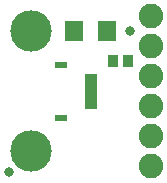
<source format=gbr>
G04 EAGLE Gerber RS-274X export*
G75*
%MOMM*%
%FSLAX34Y34*%
%LPD*%
%INSoldermask Top*%
%IPPOS*%
%AMOC8*
5,1,8,0,0,1.08239X$1,22.5*%
G01*
%ADD10R,1.003200X0.503200*%
%ADD11R,1.003200X0.603200*%
%ADD12C,2.082800*%
%ADD13C,3.505200*%
%ADD14R,0.903200X1.103200*%
%ADD15R,1.603200X1.803200*%
%ADD16C,0.838200*%


D10*
X76200Y73700D03*
X76200Y78700D03*
X76200Y83700D03*
X76200Y68700D03*
X76200Y63700D03*
X76200Y88700D03*
D11*
X51200Y98700D03*
X51200Y53700D03*
D12*
X127000Y139700D03*
X127000Y114300D03*
X127000Y88900D03*
X127000Y63500D03*
X127000Y38100D03*
X127000Y12700D03*
D13*
X25400Y25400D03*
X25400Y127000D03*
D14*
X95100Y101600D03*
X108100Y101600D03*
D15*
X90200Y127000D03*
X62200Y127000D03*
D16*
X109220Y127000D03*
X7112Y8128D03*
M02*

</source>
